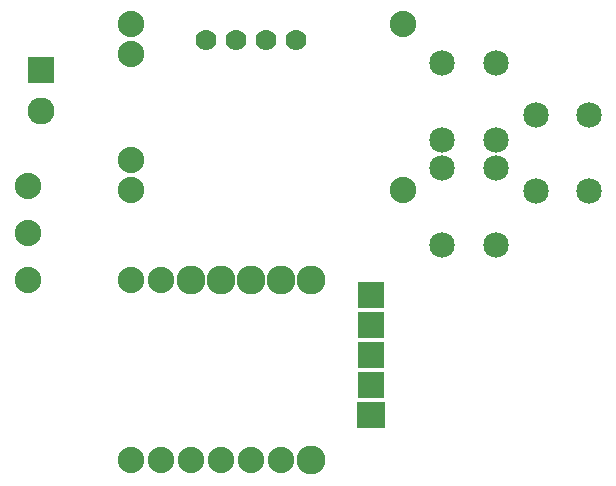
<source format=gts>
G04 MADE WITH FRITZING*
G04 WWW.FRITZING.ORG*
G04 DOUBLE SIDED*
G04 HOLES PLATED*
G04 CONTOUR ON CENTER OF CONTOUR VECTOR*
%ASAXBY*%
%FSLAX23Y23*%
%MOIN*%
%OFA0B0*%
%SFA1.0B1.0*%
%ADD10C,0.085000*%
%ADD11C,0.084000*%
%ADD12C,0.088000*%
%ADD13C,0.090000*%
%ADD14C,0.096614*%
%ADD15C,0.080866*%
%ADD16C,0.070000*%
%ADD17R,0.083028X0.081501*%
%ADD18R,0.081756X0.084809*%
%ADD19R,0.083028X0.079550*%
%ADD20R,0.081501X0.081077*%
%ADD21R,0.081756X0.081756*%
%ADD22R,0.010028X0.010028*%
%ADD23R,0.092469X0.089707*%
%ADD24R,0.090184X0.090286*%
%ADD25R,0.088917X0.088056*%
%ADD26R,0.090000X0.090000*%
%ADD27R,0.090184X0.090012*%
%LNMASK1*%
G90*
G70*
G54D10*
X1611Y1153D03*
X1611Y897D03*
X1788Y1153D03*
X1788Y897D03*
X1611Y1153D03*
X1611Y897D03*
X1788Y1153D03*
X1788Y897D03*
X1922Y1329D03*
X1922Y1074D03*
X2100Y1329D03*
X2100Y1074D03*
X1922Y1329D03*
X1922Y1074D03*
X2100Y1329D03*
X2100Y1074D03*
X1611Y1503D03*
X1611Y1247D03*
X1788Y1503D03*
X1788Y1247D03*
X1611Y1503D03*
X1611Y1247D03*
X1788Y1503D03*
X1788Y1247D03*
G54D11*
X1372Y730D03*
X1372Y630D03*
X1372Y530D03*
X1372Y430D03*
X1372Y330D03*
G54D12*
X572Y179D03*
X672Y179D03*
X772Y179D03*
X872Y179D03*
X972Y179D03*
X1072Y179D03*
X1172Y179D03*
X1172Y780D03*
X1072Y780D03*
X972Y780D03*
X872Y780D03*
X772Y780D03*
X672Y780D03*
X572Y780D03*
G54D13*
X272Y1479D03*
X272Y1342D03*
G54D12*
X229Y780D03*
X229Y936D03*
X229Y1092D03*
G54D14*
X772Y779D03*
X872Y779D03*
X972Y779D03*
X1072Y779D03*
X1172Y779D03*
X1172Y179D03*
G54D15*
X1172Y179D03*
X1172Y779D03*
X1072Y779D03*
X972Y779D03*
X772Y779D03*
X872Y779D03*
G54D16*
X822Y1579D03*
X922Y1580D03*
X1022Y1579D03*
X1122Y1579D03*
X822Y1579D03*
X922Y1580D03*
X1022Y1579D03*
X1122Y1579D03*
G54D12*
X1481Y1079D03*
X1481Y1631D03*
X572Y1079D03*
X572Y1180D03*
X572Y1531D03*
X572Y1631D03*
G54D15*
X1372Y529D03*
G54D17*
X1373Y330D03*
G54D18*
X1372Y428D03*
G54D19*
X1371Y529D03*
G54D20*
X1372Y730D03*
G54D21*
X1372Y630D03*
G54D22*
X1372Y730D03*
X1372Y630D03*
G54D20*
X1372Y630D03*
G54D21*
X1372Y730D03*
G54D22*
X1372Y730D03*
X1372Y630D03*
G54D20*
X1372Y630D03*
G54D21*
X1372Y730D03*
G54D22*
X1372Y730D03*
X1372Y630D03*
G54D20*
X1372Y630D03*
G54D21*
X1372Y730D03*
G54D23*
X1372Y329D03*
G54D24*
X1372Y429D03*
G54D25*
X1372Y530D03*
G54D26*
X1372Y629D03*
G54D27*
X1372Y729D03*
G54D17*
X1373Y330D03*
G54D18*
X1372Y428D03*
G54D19*
X1371Y529D03*
G54D20*
X1372Y730D03*
G54D21*
X1372Y630D03*
G54D22*
X1372Y730D03*
X1372Y630D03*
G54D20*
X1372Y630D03*
G54D21*
X1372Y730D03*
G54D22*
X1372Y730D03*
X1372Y630D03*
G54D20*
X1372Y630D03*
G54D21*
X1372Y730D03*
G54D22*
X1372Y730D03*
X1372Y630D03*
G54D20*
X1372Y630D03*
G54D21*
X1372Y730D03*
G54D23*
X1372Y329D03*
G54D24*
X1372Y429D03*
G54D25*
X1372Y530D03*
G54D26*
X1372Y629D03*
G54D27*
X1372Y729D03*
G54D26*
X272Y1479D03*
G04 End of Mask1*
M02*
</source>
